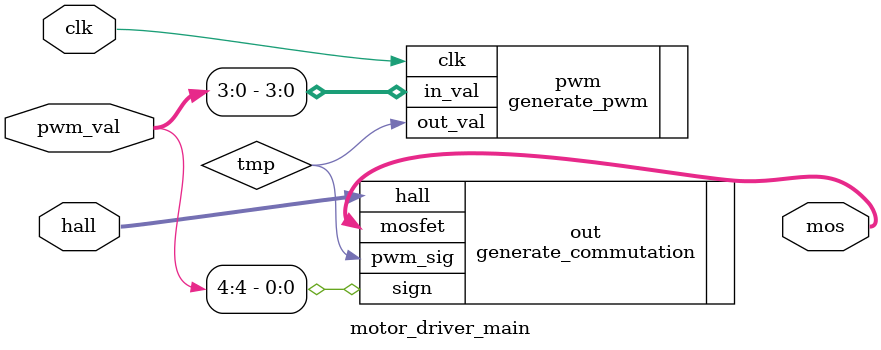
<source format=v>
`timescale 1ns / 1ps
module motor_driver_main(
	input [2:0]hall,
	input clk,
	input [4:0]pwm_val,
	output [5:0]mos
    );
wire tmp;
generate_pwm pwm(.in_val(pwm_val[3:0]),.clk(clk),.out_val(tmp));
generate_commutation out(.hall(hall),.sign(pwm_val[4]),.pwm_sig(tmp),.mosfet(mos));
endmodule

</source>
